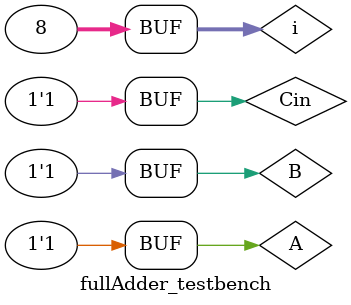
<source format=sv>
module fullAdder(A, B, Cin, sum, Cout);

	input logic A, B, Cin;
	output logic sum, Cout;
	
	assign sum = A ^ B ^ Cin;
	assign Cout = A&B | Cin & (A^B);

endmodule

module fullAdder_testbench();

	logic A, B, Cin, sum, Cout;
	
	fullAdder dut (A, B, Cin, sum, Cout);
	
	integer i;
	initial begin
	
		for (i= 0; i < 2**3; i++) begin
		 {A, B, Cin} = i; #10;
		end //for loop
	end //initial

endmodule
	
</source>
